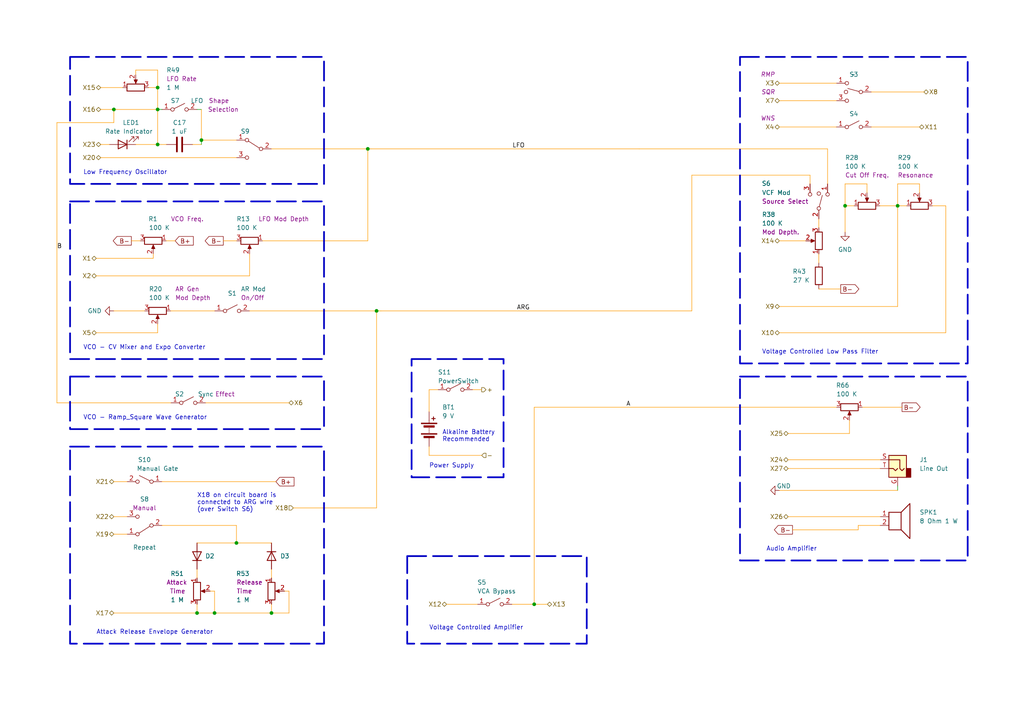
<source format=kicad_sch>
(kicad_sch (version 20231120) (generator "eeschema") (generator_version "8.0")
  (paper "A4")
  (title_block (title "Front Panel") (date "2023-10-29") (rev "0.6.1") (company "Music From Outer Space LLC") (comment 1 "Licence: CC-BY-NC-SA") (comment 2 "Original Design by Ray Wilson") (comment 3 "http://musicfromouterspace.com/analogsynth_new/NOISETOASTER/NOISETOASTER.php") (comment 4 "Created: 2023-06-12"))
  (lib_symbols
    (symbol "Connector_Audio:AudioJack2_Ground"
      (property "Reference" "J" (at 0 8.89 0))
      (property "Value" "AudioJack2_Ground" (at 0 6.35 0))
      (symbol "AudioJack2_Ground_0_1"
        (rectangle (start -2.54 -2.54) (end -3.81 0) (stroke (width 0.254)) (fill (type outline)))
        (polyline (pts (xy 0 0) (xy 0.635 -0.635) (xy 1.27 0) (xy 2.54 0)) (stroke (width 0.254)))
        (polyline (pts (xy 2.54 2.54) (xy -0.635 2.54) (xy -0.635 0) (xy -1.27 -0.635) (xy -1.905 0)) (stroke (width 0.254)))
        (rectangle (start 2.54 3.81) (end -2.54 -2.54) (stroke (width 0.254)) (fill (type background)))
      )
      (symbol "AudioJack2_Ground_1_1"
        (pin passive line (at 0 -5.08 90) (length 2.54) (name "~") (number "G"))
        (pin passive line (at 5.08 2.54 180) (length 2.54) (name "~") (number "S"))
        (pin passive line (at 5.08 0 180) (length 2.54) (name "~") (number "T"))
      )
    )
    (symbol "Device:Battery" (pin_numbers hide) (pin_names (offset 0) hide)
      (property "Reference" "BT" (at 2.54 2.54 0))
      (property "Value" "Battery" (at 2.54 0 0))
      (symbol "Battery_0_1"
        (rectangle (start -2.286 -1.27) (end 2.286 -1.524) (fill (type outline)))
        (rectangle (start -2.286 1.778) (end 2.286 1.524) (fill (type outline)))
        (rectangle (start -1.524 -2.032) (end 1.524 -2.54) (fill (type outline)))
        (rectangle (start -1.524 1.016) (end 1.524 0.508) (fill (type outline)))
        (polyline (pts (xy 0 -1.016) (xy 0 -0.762)))
        (polyline (pts (xy 0 -0.508) (xy 0 -0.254)))
        (polyline (pts (xy 0 0) (xy 0 0.254)))
        (polyline (pts (xy 0 1.778) (xy 0 2.54)))
        (polyline (pts (xy 0.762 3.048) (xy 1.778 3.048)) (stroke (width 0.254)))
        (polyline (pts (xy 1.27 3.556) (xy 1.27 2.54)) (stroke (width 0.254)))
      )
      (symbol "Battery_1_1"
        (pin passive line (at 0 5.08 270) (length 2.54) (name "+") (number "1"))
        (pin passive line (at 0 -5.08 90) (length 2.54) (name "-") (number "2"))
      )
    )
    (symbol "Device:C" (pin_numbers hide) (pin_names (offset 0.254))
      (property "Reference" "C" (at 0.635 2.54 0))
      (property "Value" "C" (at 0.635 -2.54 0))
      (symbol "C_0_1"
        (polyline (pts (xy -2.032 -0.762) (xy 2.032 -0.762)) (stroke (width 0.508)))
        (polyline (pts (xy -2.032 0.762) (xy 2.032 0.762)) (stroke (width 0.508)))
      )
      (symbol "C_1_1"
        (pin passive line (at 0 3.81 270) (length 2.794) (name "~") (number "1"))
        (pin passive line (at 0 -3.81 90) (length 2.794) (name "~") (number "2"))
      )
    )
    (symbol "Device:D" (pin_numbers hide) (pin_names (offset 1.016) hide)
      (property "Reference" "D" (at 0 2.54 0))
      (property "Value" "D" (at 0 -2.54 0))
      (symbol "D_0_1"
        (polyline (pts (xy -1.27 1.27) (xy -1.27 -1.27)) (stroke (width 0.254)))
        (polyline (pts (xy 1.27 0) (xy -1.27 0)))
        (polyline (pts (xy 1.27 1.27) (xy 1.27 -1.27) (xy -1.27 0) (xy 1.27 1.27)) (stroke (width 0.254)))
      )
      (symbol "D_1_1"
        (pin passive line (at -3.81 0 0) (length 2.54) (name "K") (number "1"))
        (pin passive line (at 3.81 0 180) (length 2.54) (name "A") (number "2"))
      )
    )
    (symbol "Device:LED" (pin_numbers hide) (pin_names (offset 1.016) hide)
      (property "Reference" "D" (at 0 2.54 0))
      (property "Value" "LED" (at 0 -2.54 0))
      (symbol "LED_0_1"
        (polyline (pts (xy -1.27 -1.27) (xy -1.27 1.27)) (stroke (width 0.254)))
        (polyline (pts (xy -1.27 0) (xy 1.27 0)))
        (polyline (pts (xy 1.27 -1.27) (xy 1.27 1.27) (xy -1.27 0) (xy 1.27 -1.27)) (stroke (width 0.254)))
        (polyline (pts (xy -3.048 -0.762) (xy -4.572 -2.286) (xy -3.81 -2.286) (xy -4.572 -2.286) (xy -4.572 -1.524)))
        (polyline (pts (xy -1.778 -0.762) (xy -3.302 -2.286) (xy -2.54 -2.286) (xy -3.302 -2.286) (xy -3.302 -1.524)))
      )
      (symbol "LED_1_1"
        (pin passive line (at -3.81 0 0) (length 2.54) (name "K") (number "1"))
        (pin passive line (at 3.81 0 180) (length 2.54) (name "A") (number "2"))
      )
    )
    (symbol "Device:R" (pin_numbers hide) (pin_names (offset 0))
      (property "Reference" "R" (at 2.032 0 90))
      (property "Value" "R" (at 0 0 90))
      (symbol "R_0_1"
        (rectangle (start -1.016 -2.54) (end 1.016 2.54) (stroke (width 0.254)))
      )
      (symbol "R_1_1"
        (pin passive line (at 0 3.81 270) (length 1.27) (name "~") (number "1"))
        (pin passive line (at 0 -3.81 90) (length 1.27) (name "~") (number "2"))
      )
    )
    (symbol "Device:R_Potentiometer" (pin_names (offset 1.016) hide)
      (property "Reference" "RV" (at -4.445 0 90))
      (property "Value" "R_Potentiometer" (at -2.54 0 90))
      (symbol "R_Potentiometer_0_1"
        (polyline (pts (xy 2.54 0) (xy 1.524 0)))
        (polyline (pts (xy 1.143 0) (xy 2.286 0.508) (xy 2.286 -0.508) (xy 1.143 0)) (fill (type outline)))
        (rectangle (start 1.016 2.54) (end -1.016 -2.54) (stroke (width 0.254)))
      )
      (symbol "R_Potentiometer_1_1"
        (pin passive line (at 0 3.81 270) (length 1.27) (name "1") (number "1"))
        (pin passive line (at 3.81 0 180) (length 1.27) (name "2") (number "2"))
        (pin passive line (at 0 -3.81 90) (length 1.27) (name "3") (number "3"))
      )
    )
    (symbol "Device:Speaker" (pin_names (offset 0) hide)
      (property "Reference" "LS" (at 1.27 5.715 0))
      (property "Value" "Speaker" (at 1.27 3.81 0))
      (symbol "Speaker_0_0"
        (rectangle (start -2.54 1.27) (end 1.016 -3.81) (stroke (width 0.254)))
        (polyline (pts (xy 1.016 1.27) (xy 3.556 3.81) (xy 3.556 -6.35) (xy 1.016 -3.81)) (stroke (width 0.254)))
      )
      (symbol "Speaker_1_1"
        (pin input line (at -5.08 0 0) (length 2.54) (name "1") (number "1"))
        (pin input line (at -5.08 -2.54 0) (length 2.54) (name "2") (number "2"))
      )
    )
    (symbol "Switch:SW_SPDT" (pin_names (offset 0) hide)
      (property "Reference" "SW" (at 0 4.318 0))
      (property "Value" "SW_SPDT" (at 0 -5.08 0))
      (symbol "SW_SPDT_0_0"
        (circle (center -2.032 0) (radius 0.508))
        (circle (center 2.032 -2.54) (radius 0.508))
      )
      (symbol "SW_SPDT_0_1"
        (polyline (pts (xy -1.524 0.254) (xy 1.651 2.286)))
        (circle (center 2.032 2.54) (radius 0.508))
      )
      (symbol "SW_SPDT_1_1"
        (pin passive line (at 5.08 2.54 180) (length 2.54) (name "A") (number "1"))
        (pin passive line (at -5.08 0 0) (length 2.54) (name "B") (number "2"))
        (pin passive line (at 5.08 -2.54 180) (length 2.54) (name "C") (number "3"))
      )
    )
    (symbol "Switch:SW_SPDT_MSM" (pin_names (offset 0) hide)
      (property "Reference" "SW" (at 0 5.08 0))
      (property "Value" "SW_SPDT_MSM" (at 0 -5.08 0))
      (symbol "SW_SPDT_MSM_0_0"
        (circle (center -2.032 0) (radius 0.508))
        (polyline (pts (xy -1.524 0.127) (xy 1.778 1.016)))
        (circle (center 2.032 -2.54) (radius 0.508))
      )
      (symbol "SW_SPDT_MSM_0_1"
        (circle (center 2.032 2.54) (radius 0.508))
        (circle (center 2.286 0) (radius 0.508))
      )
      (symbol "SW_SPDT_MSM_1_1"
        (pin passive line (at 5.08 2.54 180) (length 2.54) (name "1") (number "1"))
        (pin passive line (at -5.08 0 0) (length 2.54) (name "2") (number "2"))
        (pin passive line (at 5.08 -2.54 180) (length 2.54) (name "3") (number "3"))
      )
    )
    (symbol "Switch:SW_SPST" (pin_names (offset 0) hide)
      (property "Reference" "SW" (at 0 3.175 0))
      (property "Value" "SW_SPST" (at 0 -2.54 0))
      (symbol "SW_SPST_0_0"
        (circle (center -2.032 0) (radius 0.508))
        (polyline (pts (xy -1.524 0.254) (xy 1.524 1.778)))
        (circle (center 2.032 0) (radius 0.508))
      )
      (symbol "SW_SPST_1_1"
        (pin passive line (at -5.08 0 0) (length 2.54) (name "A") (number "1"))
        (pin passive line (at 5.08 0 180) (length 2.54) (name "B") (number "2"))
      )
    )
    (symbol "power:GND" (power) (pin_names (offset 0))
      (property "Value" "GND" (at 0 -3.81 0))
      (symbol "GND_0_1"
        (polyline (pts (xy 0 0) (xy 0 -1.27) (xy 1.27 -1.27) (xy 0 -2.54) (xy -1.27 -1.27) (xy 0 -1.27)))
      )
      (symbol "GND_1_1"
        (pin power_in line (at 0 0 270) (length 0) hide (name "GND") (number "1"))
      )
    )
  )
  (junction (at 45.72 25.4))
  (junction (at 245.11 59.69))
  (junction (at 45.72 31.75))
  (junction (at 109.22 90.17))
  (junction (at 45.72 41.91))
  (junction (at 33.02 31.75))
  (junction (at 68.58 157.48))
  (junction (at 58.42 40.64))
  (junction (at 62.23 177.8))
  (junction (at 57.15 177.8))
  (junction (at 78.74 177.8))
  (junction (at 260.35 59.69))
  (junction (at 106.68 43.18))
  (junction (at 154.94 175.26))
  (wire (pts (xy 226.06 69.85) (xy 233.68 69.85)) (stroke (width 0) (color 255 153 0 1)))
  (wire (pts (xy 185.42 43.18) (xy 106.68 43.18)) (stroke (width 0) (color 255 153 0 1)))
  (wire (pts (xy 72.39 90.17) (xy 109.22 90.17)) (stroke (width 0) (color 255 157 0 1)))
  (wire (pts (xy 59.69 116.84) (xy 83.82 116.84)) (stroke (width 0) (color 255 153 0 1)))
  (wire (pts (xy 83.82 171.45) (xy 83.82 177.8)) (stroke (width 0) (color 255 153 0 1)))
  (wire (pts (xy 76.2 69.85) (xy 106.68 69.85)) (stroke (width 0) (color 255 157 0 1)))
  (wire (pts (xy 62.23 177.8) (xy 78.74 177.8)) (stroke (width 0) (color 255 153 0 1)))
  (wire (pts (xy 68.58 157.48) (xy 78.74 157.48)) (stroke (width 0) (color 255 153 0 1)))
  (wire (pts (xy 27.94 80.01) (xy 72.39 80.01)) (stroke (width 0) (color 255 153 0 1)))
  (wire (pts (xy 27.94 74.93) (xy 44.45 74.93)) (stroke (width 0) (color 255 153 0 1)))
  (wire (pts (xy 109.22 147.32) (xy 109.22 90.17)) (stroke (width 0) (color 255 157 0 1)))
  (wire (pts (xy 33.02 31.75) (xy 33.02 35.56)) (stroke (width 0) (color 255 157 0 1)))
  (wire (pts (xy 237.49 73.66) (xy 237.49 76.2)) (stroke (width 0) (color 255 153 0 1)))
  (wire (pts (xy 60.96 171.45) (xy 62.23 171.45)) (stroke (width 0) (color 255 153 0 1)))
  (wire (pts (xy 240.03 43.18) (xy 240.03 53.34)) (stroke (width 0) (color 255 153 0 1)))
  (wire (pts (xy 57.15 31.75) (xy 58.42 31.75)))
  (wire (pts (xy 226.06 96.52) (xy 274.32 96.52)) (stroke (width 0) (color 255 153 0 1)))
  (wire (pts (xy 82.55 171.45) (xy 83.82 171.45)) (stroke (width 0) (color 255 153 0 1)))
  (wire (pts (xy 154.94 118.11) (xy 242.57 118.11)) (stroke (width 0) (color 255 157 0 1)))
  (wire (pts (xy 226.06 24.13) (xy 242.57 24.13)) (stroke (width 0) (color 255 153 0 1)))
  (wire (pts (xy 226.06 142.24) (xy 260.35 142.24)) (stroke (width 0) (color 255 153 0 1)))
  (wire (pts (xy 270.51 59.69) (xy 274.32 59.69)) (stroke (width 0) (color 255 153 0 1)))
  (wire (pts (xy 226.06 29.21) (xy 242.57 29.21)) (stroke (width 0) (color 255 153 0 1)))
  (wire (pts (xy 110.49 90.17) (xy 200.66 90.17)) (stroke (width 0) (color 255 153 0 1)))
  (wire (pts (xy 228.6 133.35) (xy 255.27 133.35)) (stroke (width 0) (color 255 153 0 1)))
  (wire (pts (xy 78.74 177.8) (xy 83.82 177.8)) (stroke (width 0) (color 255 153 0 1)))
  (wire (pts (xy 78.74 43.18) (xy 106.68 43.18)) (stroke (width 0) (color 255 157 0 1)))
  (wire (pts (xy 68.58 69.85) (xy 64.77 69.85)) (stroke (width 0) (color 255 153 0 1)))
  (wire (pts (xy 129.54 175.26) (xy 138.43 175.26)) (stroke (width 0) (color 255 153 0 1)))
  (wire (pts (xy 200.66 50.8) (xy 234.95 50.8)) (stroke (width 0) (color 255 157 0 1)))
  (wire (pts (xy 33.02 177.8) (xy 57.15 177.8)) (stroke (width 0) (color 255 153 0 1)))
  (wire (pts (xy 248.92 153.67) (xy 248.92 152.4)) (stroke (width 0) (color 255 153 0 1)))
  (wire (pts (xy 16.51 116.84) (xy 49.53 116.84)) (stroke (width 0) (color 255 157 0 1)))
  (wire (pts (xy 45.72 25.4) (xy 43.18 25.4)) (stroke (width 0) (color 255 153 0 1)))
  (wire (pts (xy 248.92 152.4) (xy 255.27 152.4)) (stroke (width 0) (color 255 153 0 1)))
  (wire (pts (xy 62.23 171.45) (xy 62.23 177.8)) (stroke (width 0) (color 255 153 0 1)))
  (wire (pts (xy 33.02 90.17) (xy 41.91 90.17)) (stroke (width 0) (color 255 153 0 1)))
  (wire (pts (xy 185.42 43.18) (xy 240.03 43.18)) (stroke (width 0) (color 255 157 0 1)))
  (wire (pts (xy 58.42 31.75) (xy 58.42 40.64)) (stroke (width 0) (color 255 153 0 1)))
  (wire (pts (xy 226.06 88.9) (xy 260.35 88.9)) (stroke (width 0) (color 255 153 0 1)))
  (wire (pts (xy 39.37 21.59) (xy 39.37 20.32)) (stroke (width 0) (color 255 153 0 1)))
  (wire (pts (xy 39.37 41.91) (xy 45.72 41.91)) (stroke (width 0) (color 255 153 0 1)))
  (wire (pts (xy 237.49 83.82) (xy 243.84 83.82)) (stroke (width 0) (color 255 153 0 1)))
  (wire (pts (xy 148.59 175.26) (xy 154.94 175.26)) (stroke (width 0) (color 255 153 0 1)))
  (wire (pts (xy 226.06 36.83) (xy 242.57 36.83)) (stroke (width 0) (color 255 153 0 1)))
  (wire (pts (xy 248.92 153.67) (xy 229.87 153.67)) (stroke (width 0) (color 255 153 0 1)))
  (wire (pts (xy 45.72 96.52) (xy 45.72 93.98)) (stroke (width 0) (color 255 153 0 1)))
  (wire (pts (xy 46.99 152.4) (xy 68.58 152.4)) (stroke (width 0) (color 255 153 0 1)))
  (wire (pts (xy 124.46 113.03) (xy 127 113.03)) (stroke (width 0) (color 255 153 0 1)))
  (wire (pts (xy 45.72 25.4) (xy 45.72 31.75)) (stroke (width 0) (color 255 153 0 1)))
  (wire (pts (xy 228.6 135.89) (xy 255.27 135.89)) (stroke (width 0) (color 255 153 0 1)))
  (wire (pts (xy 78.74 165.1) (xy 78.74 167.64)) (stroke (width 0) (color 255 153 0 1)))
  (wire (pts (xy 78.74 175.26) (xy 78.74 177.8)) (stroke (width 0) (color 255 153 0 1)))
  (wire (pts (xy 245.11 53.34) (xy 245.11 59.69)) (stroke (width 0) (color 255 153 0 1)))
  (wire (pts (xy 45.72 31.75) (xy 46.99 31.75)))
  (wire (pts (xy 57.15 177.8) (xy 62.23 177.8)) (stroke (width 0) (color 255 153 0 1)))
  (wire (pts (xy 33.02 149.86) (xy 36.83 149.86)) (stroke (width 0) (color 255 153 0 1)))
  (wire (pts (xy 58.42 40.64) (xy 68.58 40.64)) (stroke (width 0) (color 255 153 0 1)))
  (wire (pts (xy 274.32 96.52) (xy 274.32 59.69)) (stroke (width 0) (color 255 153 0 1)))
  (wire (pts (xy 72.39 80.01) (xy 72.39 73.66)) (stroke (width 0) (color 255 153 0 1)))
  (wire (pts (xy 46.99 139.7) (xy 80.01 139.7)) (stroke (width 0) (color 255 153 0 1)))
  (wire (pts (xy 58.42 41.91) (xy 55.88 41.91)) (stroke (width 0) (color 255 153 0 1)))
  (wire (pts (xy 260.35 88.9) (xy 260.35 59.69)) (stroke (width 0) (color 255 153 0 1)))
  (wire (pts (xy 16.51 35.56) (xy 16.51 116.84)) (stroke (width 0) (color 255 157 0 1)))
  (wire (pts (xy 228.6 149.86) (xy 255.27 149.86)) (stroke (width 0) (color 255 153 0 1)))
  (wire (pts (xy 45.72 31.75) (xy 45.72 41.91)) (stroke (width 0) (color 255 153 0 1)))
  (wire (pts (xy 57.15 165.1) (xy 57.15 167.64)) (stroke (width 0) (color 255 153 0 1)))
  (wire (pts (xy 29.21 45.72) (xy 68.58 45.72)) (stroke (width 0) (color 255 153 0 1)))
  (wire (pts (xy 251.46 53.34) (xy 245.11 53.34)) (stroke (width 0) (color 255 153 0 1)))
  (wire (pts (xy 85.09 147.32) (xy 109.22 147.32)) (stroke (width 0) (color 255 157 0 1)))
  (wire (pts (xy 260.35 59.69) (xy 262.89 59.69)) (stroke (width 0) (color 255 153 0 1)))
  (wire (pts (xy 200.66 50.8) (xy 200.66 90.17)) (stroke (width 0) (color 255 157 0 1)))
  (wire (pts (xy 124.46 119.38) (xy 124.46 113.03)) (stroke (width 0) (color 255 153 0 1)))
  (wire (pts (xy 266.7 55.88) (xy 266.7 53.34)) (stroke (width 0) (color 255 153 0 1)))
  (wire (pts (xy 251.46 55.88) (xy 251.46 53.34)) (stroke (width 0) (color 255 153 0 1)))
  (wire (pts (xy 234.95 50.8) (xy 234.95 53.34)) (stroke (width 0) (color 255 153 0 1)))
  (wire (pts (xy 245.11 59.69) (xy 245.11 67.31)) (stroke (width 0) (color 255 153 0 1)))
  (wire (pts (xy 29.21 41.91) (xy 31.75 41.91)) (stroke (width 0) (color 255 153 0 1)))
  (wire (pts (xy 246.38 125.73) (xy 246.38 121.92)) (stroke (width 0) (color 255 153 0 1)))
  (wire (pts (xy 68.58 152.4) (xy 68.58 157.48)) (stroke (width 0) (color 255 153 0 1)))
  (wire (pts (xy 106.68 43.18) (xy 106.68 69.85)) (stroke (width 0) (color 255 157 0 1)))
  (wire (pts (xy 57.15 157.48) (xy 68.58 157.48)) (stroke (width 0) (color 255 153 0 1)))
  (wire (pts (xy 27.94 96.52) (xy 45.72 96.52)) (stroke (width 0) (color 255 153 0 1)))
  (wire (pts (xy 33.02 35.56) (xy 16.51 35.56)) (stroke (width 0) (color 255 157 0 1)))
  (wire (pts (xy 266.7 53.34) (xy 260.35 53.34)) (stroke (width 0) (color 255 153 0 1)))
  (wire (pts (xy 50.8 69.85) (xy 48.26 69.85)) (stroke (width 0) (color 255 153 0 1)))
  (wire (pts (xy 252.73 26.67) (xy 267.97 26.67)) (stroke (width 0) (color 255 153 0 1)))
  (wire (pts (xy 33.02 154.94) (xy 36.83 154.94)) (stroke (width 0) (color 255 153 0 1)))
  (wire (pts (xy 109.22 90.17) (xy 110.49 90.17)) (stroke (width 0) (color 255 157 0 1)))
  (wire (pts (xy 154.94 175.26) (xy 158.75 175.26)) (stroke (width 0) (color 255 157 0 1)))
  (wire (pts (xy 57.15 175.26) (xy 57.15 177.8)) (stroke (width 0) (color 255 153 0 1)))
  (wire (pts (xy 40.64 69.85) (xy 38.1 69.85)) (stroke (width 0) (color 255 153 0 1)))
  (wire (pts (xy 124.46 132.08) (xy 139.7 132.08)) (stroke (width 0) (color 255 153 0 1)))
  (wire (pts (xy 252.73 36.83) (xy 266.7 36.83)) (stroke (width 0) (color 255 153 0 1)))
  (wire (pts (xy 245.11 59.69) (xy 247.65 59.69)) (stroke (width 0) (color 255 153 0 1)))
  (wire (pts (xy 33.02 139.7) (xy 36.83 139.7)) (stroke (width 0) (color 255 153 0 1)))
  (wire (pts (xy 45.72 20.32) (xy 45.72 25.4)) (stroke (width 0) (color 255 153 0 1)))
  (wire (pts (xy 29.21 25.4) (xy 35.56 25.4)) (stroke (width 0) (color 255 153 0 1)))
  (wire (pts (xy 237.49 63.5) (xy 237.49 66.04)) (stroke (width 0) (color 255 153 0 1)))
  (wire (pts (xy 45.72 41.91) (xy 48.26 41.91)) (stroke (width 0) (color 255 153 0 1)))
  (wire (pts (xy 58.42 40.64) (xy 58.42 41.91)))
  (wire (pts (xy 250.19 118.11) (xy 261.62 118.11)) (stroke (width 0) (color 255 153 0 1)))
  (wire (pts (xy 44.45 73.66) (xy 44.45 74.93)) (stroke (width 0) (color 255 153 0 1)))
  (wire (pts (xy 154.94 118.11) (xy 154.94 175.26)) (stroke (width 0) (color 255 157 0 1)))
  (wire (pts (xy 255.27 59.69) (xy 260.35 59.69)) (stroke (width 0) (color 255 153 0 1)))
  (wire (pts (xy 260.35 142.24) (xy 260.35 140.97)))
  (wire (pts (xy 33.02 31.75) (xy 45.72 31.75)) (stroke (width 0) (color 255 153 0 1)))
  (wire (pts (xy 29.21 31.75) (xy 33.02 31.75)) (stroke (width 0) (color 255 153 0 1)))
  (wire (pts (xy 260.35 53.34) (xy 260.35 59.69)) (stroke (width 0) (color 255 153 0 1)))
  (wire (pts (xy 49.53 90.17) (xy 62.23 90.17)) (stroke (width 0) (color 255 153 0 1)))
  (wire (pts (xy 124.46 132.08) (xy 124.46 129.54)) (stroke (width 0) (color 255 153 0 1)))
  (wire (pts (xy 39.37 20.32) (xy 45.72 20.32)) (stroke (width 0) (color 255 153 0 1)))
  (wire (pts (xy 228.6 125.73) (xy 246.38 125.73)) (stroke (width 0) (color 255 153 0 1)))
  (wire (pts (xy 137.16 113.03) (xy 139.7 113.03)) (stroke (width 0) (color 255 153 0 1)))
  (rectangle (start 20.32 58.42) (end 93.98 104.14) (stroke (width 0.5) (type dash)))
  (rectangle (start 20.32 16.51) (end 93.98 53.34) (stroke (width 0.5) (type dash)))
  (rectangle (start 119.38 104.14) (end 146.05 138.43) (stroke (width 0.5) (type dash)))
  (rectangle (start 20.32 109.22) (end 93.98 124.46) (stroke (width 0.5) (type dash)))
  (rectangle (start 20.32 129.54) (end 93.98 186.69) (stroke (width 0.5) (type dash)))
  (rectangle (start 214.63 109.22) (end 280.67 162.56) (stroke (width 0.5) (type dash)))
  (rectangle (start 118.11 161.29) (end 170.18 186.69) (stroke (width 0.5) (type dash)))
  (rectangle (start 214.63 16.51) (end 280.67 105.41) (stroke (width 0.5) (type dash)))
  (text "Audio Amplifier" (at 222.25 160.02 0) (effects (font (size 1.27 1.27)) (justify left bottom)))
  (text "Voltage Controlled Amplifier" (at 124.46 182.88 0) (effects (font (size 1.27 1.27)) (justify left bottom)))
  (text "Alkaline Battery\nRecommended" (at 128.27 128.27 0) (effects (font (size 1.27 1.27)) (justify left bottom)))
  (text "Power Supply" (at 124.46 135.89 0) (effects (font (size 1.27 1.27)) (justify left bottom)))
  (text "X18 on circuit board is\nconnected to ARG wire \n(over Switch S6)" (at 57.15 148.59 0) (effects (font (size 1.27 1.27)) (justify left bottom)))
  (text "Low Frequency Oscillator" (at 24.13 50.8 0) (effects (font (size 1.27 1.27)) (justify left bottom)))
  (text "Voltage Controlled Low Pass Filter" (at 220.98 102.87 0) (effects (font (size 1.27 1.27)) (justify left bottom)))
  (text "VCO - CV Mixer and Expo Converter" (at 24.13 101.6 0) (effects (font (size 1.27 1.27)) (justify left bottom)))
  (text "Attack Release Envelope Generator" (at 27.94 184.15 0) (effects (font (size 1.27 1.27)) (justify left bottom)))
  (text "VCO - Ramp_Square Wave Generator" (at 24.13 121.92 0) (effects (font (size 1.27 1.27)) (justify left bottom)))
  (label "ARG" (at 149.86 90.17 0))
  (label "B" (at 16.51 72.39 0))
  (label "LFO" (at 148.59 43.18 0))
  (label "A" (at 181.61 118.11 0))
  (global_label "B-" (shape output) (at 229.87 153.67 180) (property "Intersheetrefs" "${INTERSHEET_REFS}" (effects (hide yes))))
  (global_label "B+" (shape input) (at 80.01 139.7 0) (property "Intersheetrefs" "${INTERSHEET_REFS}" (effects (hide yes))))
  (global_label "B-" (shape output) (at 243.84 83.82 0) (property "Intersheetrefs" "${INTERSHEET_REFS}" (effects (hide yes))))
  (global_label "B-" (shape output) (at 38.1 69.85 180) (property "Intersheetrefs" "${INTERSHEET_REFS}" (effects (hide yes))))
  (global_label "B-" (shape output) (at 261.62 118.11 0) (property "Intersheetrefs" "${INTERSHEET_REFS}" (effects (hide yes))))
  (global_label "B+" (shape input) (at 50.8 69.85 0) (property "Intersheetrefs" "${INTERSHEET_REFS}" (effects (hide yes))))
  (global_label "B-" (shape output) (at 64.77 69.85 180) (property "Intersheetrefs" "${INTERSHEET_REFS}" (effects (hide yes))))
  (hierarchical_label "X13" (shape bidirectional) (at 158.75 175.26 0))
  (hierarchical_label "X16" (shape bidirectional) (at 29.21 31.75 180))
  (hierarchical_label "X25" (shape bidirectional) (at 228.6 125.73 180))
  (hierarchical_label "X26" (shape bidirectional) (at 228.6 149.86 180))
  (hierarchical_label "X21" (shape bidirectional) (at 33.02 139.7 180))
  (hierarchical_label "X5" (shape bidirectional) (at 27.94 96.52 180))
  (hierarchical_label "X22" (shape bidirectional) (at 33.02 149.86 180))
  (hierarchical_label "X10" (shape bidirectional) (at 226.06 96.52 180))
  (hierarchical_label "X18" (shape input) (at 85.09 147.32 180))
  (hierarchical_label "X14" (shape bidirectional) (at 226.06 69.85 180))
  (hierarchical_label "X23" (shape bidirectional) (at 29.21 41.91 180))
  (hierarchical_label "X20" (shape bidirectional) (at 29.21 45.72 180))
  (hierarchical_label "X2" (shape bidirectional) (at 27.94 80.01 180))
  (hierarchical_label "X4" (shape bidirectional) (at 226.06 36.83 180) (property "Wert" "WNS" (at 224.79 34.29 0) (effects (font (italic yes)) (justify right))))
  (hierarchical_label "+" (shape output) (at 139.7 113.03 0))
  (hierarchical_label "X24" (shape bidirectional) (at 228.6 133.35 180))
  (hierarchical_label "X3" (shape bidirectional) (at 226.06 24.13 180) (property "Wert" "RMP" (at 224.79 21.59 0) (effects (font (italic yes)) (justify right))))
  (hierarchical_label "X6" (shape bidirectional) (at 83.82 116.84 0))
  (hierarchical_label "X12" (shape bidirectional) (at 129.54 175.26 180))
  (hierarchical_label "X19" (shape bidirectional) (at 33.02 154.94 180))
  (hierarchical_label "X11" (shape bidirectional) (at 266.7 36.83 0))
  (hierarchical_label "X7" (shape bidirectional) (at 226.06 29.21 180) (property "Wert" "SQR" (at 224.79 26.67 0) (effects (font (italic yes)) (justify right))))
  (hierarchical_label "X9" (shape bidirectional) (at 226.06 88.9 180))
  (hierarchical_label "-" (shape input) (at 139.7 132.08 0))
  (hierarchical_label "X1" (shape bidirectional) (at 27.94 74.93 180))
  (hierarchical_label "X15" (shape bidirectional) (at 29.21 25.4 180))
  (hierarchical_label "X17" (shape bidirectional) (at 33.02 177.8 180))
  (hierarchical_label "X27" (shape bidirectional) (at 228.6 135.89 180))
  (hierarchical_label "X8" (shape bidirectional) (at 267.97 26.67 0))
  (symbol (lib_id "Switch:SW_SPST") (at 52.07 31.75 0) (unit 1) (on_board no)
    (property "Reference" "S7" (at 50.8 29.21 0))
    (property "Value" "LFO" (at 57.15 29.21 0))
    (property "Feld4" "Shape" (at 63.5 29.21 0))
    (property "Feld5" "Selection" (at 64.77 31.75 0))
  )
  (symbol (lib_id "Device:D") (at 57.15 161.29 90) (unit 1) (on_board no)
    (property "Reference" "D2" (at 62.23 161.29 90) (effects (justify left)))
    (property "Value" "D" (effects (hide yes)))
    (property "Sim.Device" "D" (effects (hide yes)))
    (property "Sim.Pins" "1=K 2=A" (effects (hide yes)))
  )
  (symbol (lib_id "Switch:SW_SPDT") (at 41.91 152.4 180) (unit 1) (on_board no)
    (property "Reference" "S8" (at 41.91 144.78 0))
    (property "Value" "Repeat" (at 41.91 158.75 0))
    (property "Wert 2" "Manual" (at 41.91 147.32 0))
  )
  (symbol (lib_id "Device:C") (at 52.07 41.91 90) (unit 1) (on_board no)
    (property "Reference" "C17" (at 52.07 35.56 90))
    (property "Value" "1 uF" (at 52.07 38.1 90))
  )
  (symbol (lib_id "Switch:SW_SPDT_MSM") (at 247.65 26.67 0) (mirror y) (unit 1) (on_board no)
    (property "Reference" "S3" (at 247.65 21.59 0))
    (property "Value" "~" (at 247.523 21.59 0))
  )
  (symbol (lib_id "Switch:SW_SPST") (at 143.51 175.26 0) (unit 1) (on_board no)
    (property "Reference" "S5" (at 138.43 168.91 0) (effects (justify left)))
    (property "Value" "VCA Bypass" (at 138.43 171.45 0) (effects (justify left)))
  )
  (symbol (lib_id "power:GND") (at 33.02 90.17 270) (unit 1)
    (property "Reference" "#PWR03" (effects (hide yes)))
    (property "Value" "GND" (at 25.4 90.17 90) (effects (justify left)))
  )
  (symbol (lib_id "Switch:SW_SPST") (at 247.65 36.83 0) (unit 1) (on_board no)
    (property "Reference" "S4" (at 247.65 33.02 0))
    (property "Value" "SW_SPST" (effects (hide yes)))
  )
  (symbol (lib_id "Switch:SW_SPDT_MSM") (at 237.49 58.42 270) (mirror x) (unit 1) (on_board no)
    (property "Reference" "S6" (at 222.25 53.213 90))
    (property "Value" "VCF Mod " (at 220.98 55.88 90) (effects (justify left)))
    (property "Wert2" "Source Select" (at 220.98 58.42 90) (effects (justify left)))
  )
  (symbol (lib_id "Device:R_Potentiometer") (at 57.15 171.45 0) (unit 1) (on_board no)
    (property "Reference" "R51" (at 53.34 166.37 0) (effects (justify right)))
    (property "Value" "1 M" (at 53.34 173.99 0) (effects (justify right)))
    (property "Beschreibung" "Attack" (at 48.26 168.91 0) (effects (justify left)))
    (property "Beschreibung2" " Time" (at 48.26 171.45 0) (effects (justify left)))
  )
  (symbol (lib_id "Device:Battery") (at 124.46 124.46 0) (unit 1) (on_board no)
    (property "Reference" "BT1" (at 128.27 118.11 0) (effects (justify left)))
    (property "Value" "9 V" (at 128.27 120.65 0) (effects (justify left)))
  )
  (symbol (lib_id "Device:LED") (at 35.56 41.91 180) (unit 1) (on_board no)
    (property "Reference" "LED1" (at 35.56 35.56 0) (effects (justify right)))
    (property "Value" "Rate Indicator" (at 30.48 38.1 0) (effects (justify right)))
  )
  (symbol (lib_id "Switch:SW_SPST") (at 54.61 116.84 0) (unit 1) (on_board no)
    (property "Reference" "S2" (at 52.07 114.3 0))
    (property "Value" "Sync" (at 59.69 114.3 0))
    (property "Wert2" " Effect" (at 64.77 114.3 0))
  )
  (symbol (lib_id "Connector_Audio:AudioJack2_Ground") (at 260.35 135.89 0) (mirror y) (unit 1) (on_board no)
    (property "Reference" "J1" (at 266.7 133.35 0) (effects (justify right)))
    (property "Value" "Line Out" (at 266.7 135.89 0) (effects (justify right)))
  )
  (symbol (lib_id "Device:R_Potentiometer") (at 237.49 69.85 180) (unit 1) (on_board no)
    (property "Reference" "R38" (at 220.98 62.23 0) (effects (justify right)))
    (property "Value" "100 K" (at 220.98 64.77 0) (effects (justify right)))
    (property "Beschreibung" "Mod Depth." (at 220.98 67.31 0) (effects (justify right)))
  )
  (symbol (lib_id "Device:R_Potentiometer") (at 39.37 25.4 90) (unit 1) (on_board no)
    (property "Reference" "R49" (at 48.26 20.32 90) (effects (justify right)))
    (property "Value" "1 M" (at 48.26 25.4 90) (effects (justify right)))
    (property "Beschreibung" "LFO Rate" (at 48.26 22.86 90) (effects (justify right)))
  )
  (symbol (lib_id "Device:R_Potentiometer") (at 72.39 69.85 270) (unit 1) (on_board no)
    (property "Reference" "R13" (at 68.58 63.5 90) (effects (justify left)))
    (property "Value" "100 K" (at 68.58 66.04 90) (effects (justify left)))
    (property "Beschreibung" "LFO Mod Depth" (at 74.93 63.5 90) (effects (justify left)))
  )
  (symbol (lib_id "Device:D") (at 78.74 161.29 270) (unit 1) (on_board no)
    (property "Reference" "D3" (at 81.28 161.29 90) (effects (justify left)))
    (property "Value" "D" (effects (hide yes)))
    (property "Sim.Device" "D" (effects (hide yes)))
    (property "Sim.Pins" "1=K 2=A" (effects (hide yes)))
  )
  (symbol (lib_id "Device:R_Potentiometer") (at 251.46 59.69 90) (unit 1) (on_board no)
    (property "Reference" "R28" (at 245.11 45.72 90) (effects (justify right)))
    (property "Value" "100 K" (at 245.11 48.26 90) (effects (justify right)))
    (property "Beschreibung" "Cut Off Freq." (at 245.11 50.8 90) (effects (justify right)))
  )
  (symbol (lib_id "Device:Speaker") (at 260.35 149.86 0) (unit 1) (on_board no)
    (property "Reference" "SPK1" (at 266.7 148.59 0) (effects (justify left)))
    (property "Value" "8 Ohm 1 W" (at 266.7 151.13 0) (effects (justify left)))
  )
  (symbol (lib_id "power:GND") (at 245.11 67.31 0) (unit 1)
    (property "Reference" "#PWR08" (effects (hide yes)))
    (property "Value" "GND" (at 245.11 72.39 0))
  )
  (symbol (lib_id "Device:R") (at 237.49 80.01 180) (unit 1) (on_board no)
    (property "Reference" "R43" (at 229.87 78.74 0) (effects (justify right)))
    (property "Value" "27 K" (at 232.41 81.28 0))
  )
  (symbol (lib_id "Device:R_Potentiometer") (at 45.72 90.17 270) (unit 1) (on_board no)
    (property "Reference" "R20" (at 43.18 83.82 90) (effects (justify left)))
    (property "Value" "100 K" (at 43.18 86.36 90) (effects (justify left)))
    (property "Beschreibung" "AR Gen " (at 50.8 83.82 90) (effects (justify left)))
    (property "Beschreibung2" "Mod Depth" (at 50.8 86.36 90) (effects (justify left)))
  )
  (symbol (lib_id "Switch:SW_SPST") (at 132.08 113.03 0) (unit 1) (on_board no)
    (property "Reference" "S11" (at 127 107.95 0) (effects (justify left)))
    (property "Value" "PowerSwitch" (at 127 110.49 0) (effects (justify left)))
  )
  (symbol (lib_id "Switch:SW_SPST") (at 67.31 90.17 0) (unit 1) (on_board no)
    (property "Reference" "S1" (at 66.04 85.09 0) (effects (justify left)))
    (property "Value" "AR Mod " (at 69.85 83.82 0) (effects (justify left)))
    (property "Wert2" "On/Off" (at 69.85 86.36 0) (effects (justify left)))
  )
  (symbol (lib_id "Switch:SW_SPST") (at 41.91 139.7 0) (mirror y) (unit 1) (on_board no)
    (property "Reference" "S10" (at 41.91 133.35 0))
    (property "Value" "Manual Gate" (at 45.72 135.89 0))
  )
  (symbol (lib_id "Device:R_Potentiometer") (at 266.7 59.69 90) (unit 1) (on_board no)
    (property "Reference" "R29" (at 260.35 45.72 90) (effects (justify right)))
    (property "Value" "100 K" (at 260.35 48.26 90) (effects (justify right)))
    (property "Beschreibung" "Resonance" (at 260.35 50.8 90) (effects (justify right)))
  )
  (symbol (lib_id "Device:R_Potentiometer") (at 44.45 69.85 270) (unit 1) (on_board no)
    (property "Reference" "R1" (at 45.72 63.5 90) (effects (justify right)))
    (property "Value" "100 K" (at 43.18 66.04 90) (effects (justify left)))
    (property "Beschreibung" "VCO Freq." (at 49.53 63.5 90) (effects (justify left)))
  )
  (symbol (lib_id "power:GND") (at 226.06 142.24 270) (unit 1)
    (property "Reference" "#PWR05" (effects (hide yes)))
    (property "Value" "GND" (at 227.33 140.97 90))
  )
  (symbol (lib_id "Device:R_Potentiometer") (at 246.38 118.11 270) (unit 1) (on_board no)
    (property "Reference" "R66" (at 246.38 111.76 90) (effects (justify right)))
    (property "Value" "100 K" (at 242.57 114.3 90) (effects (justify left)))
  )
  (symbol (lib_id "Switch:SW_SPDT") (at 73.66 43.18 0) (mirror y) (unit 1) (on_board no)
    (property "Reference" "S9" (at 71.12 38.1 0))
  )
  (symbol (lib_id "Device:R_Potentiometer") (at 78.74 171.45 0) (unit 1) (on_board no)
    (property "Reference" "R53" (at 72.39 166.37 0) (effects (justify right)))
    (property "Value" "1 M" (at 72.39 173.99 0) (effects (justify right)))
    (property "Beschreibung" "Release" (at 68.58 168.91 0) (effects (justify left)))
    (property "Beschreibung2" "Time" (at 68.58 171.45 0) (effects (justify left)))
  )
)
</source>
